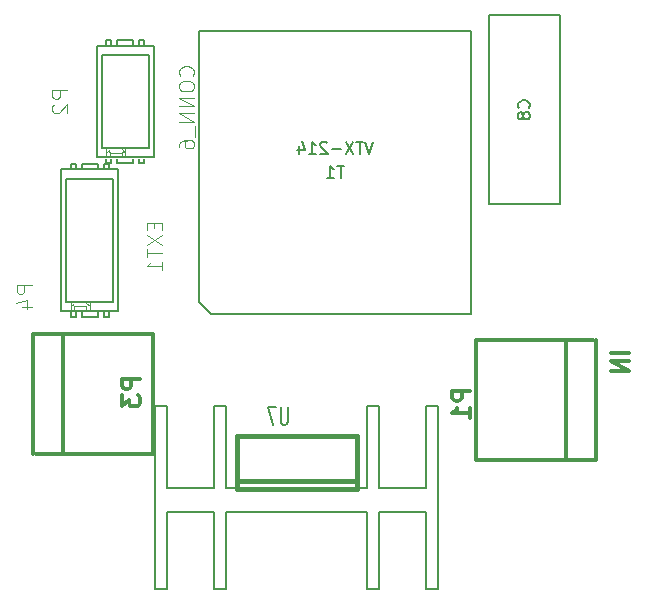
<source format=gbr>
G04 #@! TF.FileFunction,Legend,Bot*
%FSLAX46Y46*%
G04 Gerber Fmt 4.6, Leading zero omitted, Abs format (unit mm)*
G04 Created by KiCad (PCBNEW 4.0.0~rc1a-stable) date sam. 21 nov. 2015 23:43:41 CET*
%MOMM*%
G01*
G04 APERTURE LIST*
%ADD10C,0.150000*%
%ADD11C,0.304800*%
%ADD12C,0.203200*%
%ADD13C,0.101600*%
%ADD14C,0.381000*%
%ADD15C,0.088900*%
G04 APERTURE END LIST*
D10*
D11*
X46424000Y-79330000D02*
X56330000Y-79330000D01*
X56330000Y-69170000D02*
X46170000Y-69170000D01*
X48710000Y-69170000D02*
X48710000Y-79330000D01*
X56330000Y-69170000D02*
X56330000Y-79330000D01*
X46170000Y-79330000D02*
X46170000Y-69170000D01*
D10*
X83250000Y-43500000D02*
X83250000Y-67500000D01*
X60250000Y-66500000D02*
X60250000Y-43500000D01*
X83250000Y-67500000D02*
X61250000Y-67500000D01*
X61250000Y-67500000D02*
X60250000Y-66500000D01*
X60250000Y-43500000D02*
X83250000Y-43500000D01*
D12*
X55998980Y-45570620D02*
X52001020Y-45570620D01*
X52001020Y-45570620D02*
X52001020Y-53429380D01*
X52001020Y-53429380D02*
X55998980Y-53429380D01*
X55998980Y-53429380D02*
X55998980Y-45570620D01*
X56397760Y-44770520D02*
X51602240Y-44770520D01*
X51602240Y-44770520D02*
X51602240Y-54229480D01*
X51602240Y-54229480D02*
X56397760Y-54229480D01*
X56397760Y-54229480D02*
X56397760Y-44770520D01*
X53301500Y-54328540D02*
X53301500Y-54729860D01*
X53301500Y-54729860D02*
X54698500Y-54729860D01*
X54698500Y-54729860D02*
X54698500Y-54328540D01*
X52801120Y-54328540D02*
X52801120Y-54729860D01*
X52801120Y-54729860D02*
X52402340Y-54729860D01*
X52402340Y-54729860D02*
X52402340Y-54328540D01*
X55198880Y-54328540D02*
X55198880Y-54729860D01*
X55198880Y-54729860D02*
X55597660Y-54729860D01*
X55597660Y-54729860D02*
X55597660Y-54328540D01*
X52801120Y-44671460D02*
X52801120Y-44270140D01*
X52801120Y-44270140D02*
X52402340Y-44270140D01*
X52402340Y-44270140D02*
X52402340Y-44671460D01*
X55198880Y-44671460D02*
X55198880Y-44270140D01*
X55198880Y-44270140D02*
X55597660Y-44270140D01*
X55597660Y-44270140D02*
X55597660Y-44671460D01*
X53301500Y-44671460D02*
X53301500Y-44270140D01*
X53301500Y-44270140D02*
X54698500Y-44270140D01*
X54698500Y-44270140D02*
X54698500Y-44671460D01*
D13*
X52402340Y-53528440D02*
X52402340Y-53828160D01*
X52402340Y-53828160D02*
X52402340Y-54127880D01*
X54000000Y-53528440D02*
X54000000Y-53828160D01*
X54000000Y-53828160D02*
X54000000Y-54127880D01*
X52702060Y-54127880D02*
X52702060Y-53828160D01*
X52702060Y-53828160D02*
X53700280Y-53828160D01*
X53700280Y-53828160D02*
X53700280Y-54127880D01*
X52702060Y-53528440D02*
X52402340Y-53828160D01*
X53700280Y-53528440D02*
X54000000Y-53828160D01*
X52600460Y-53729100D02*
X52702060Y-53828160D01*
X53801880Y-53729100D02*
X53700280Y-53828160D01*
D10*
X90800000Y-58200000D02*
X90800000Y-42200000D01*
X90800000Y-42200000D02*
X84800000Y-42200000D01*
X84800000Y-42200000D02*
X84800000Y-58200000D01*
X84800000Y-58200000D02*
X90800000Y-58200000D01*
D11*
X93576000Y-69670000D02*
X83670000Y-69670000D01*
X83670000Y-79830000D02*
X93830000Y-79830000D01*
X91290000Y-79830000D02*
X91290000Y-69670000D01*
X83670000Y-79830000D02*
X83670000Y-69670000D01*
X93830000Y-69670000D02*
X93830000Y-79830000D01*
D12*
X52998980Y-56050620D02*
X49001020Y-56050620D01*
X49001020Y-56050620D02*
X49001020Y-66449380D01*
X49001020Y-66449380D02*
X52998980Y-66449380D01*
X52998980Y-66449380D02*
X52998980Y-56050620D01*
X53397760Y-55250520D02*
X48602240Y-55250520D01*
X48602240Y-55250520D02*
X48602240Y-67249480D01*
X48602240Y-67249480D02*
X53397760Y-67249480D01*
X53397760Y-67249480D02*
X53397760Y-55250520D01*
X50301500Y-67348540D02*
X50301500Y-67749860D01*
X50301500Y-67749860D02*
X51698500Y-67749860D01*
X51698500Y-67749860D02*
X51698500Y-67348540D01*
X49801120Y-67348540D02*
X49801120Y-67749860D01*
X49801120Y-67749860D02*
X49402340Y-67749860D01*
X49402340Y-67749860D02*
X49402340Y-67348540D01*
X52198880Y-67348540D02*
X52198880Y-67749860D01*
X52198880Y-67749860D02*
X52597660Y-67749860D01*
X52597660Y-67749860D02*
X52597660Y-67348540D01*
X49801120Y-55151460D02*
X49801120Y-54750140D01*
X49801120Y-54750140D02*
X49402340Y-54750140D01*
X49402340Y-54750140D02*
X49402340Y-55151460D01*
X52198880Y-55151460D02*
X52198880Y-54750140D01*
X52198880Y-54750140D02*
X52597660Y-54750140D01*
X52597660Y-54750140D02*
X52597660Y-55151460D01*
X50301500Y-55151460D02*
X50301500Y-54750140D01*
X50301500Y-54750140D02*
X51698500Y-54750140D01*
X51698500Y-54750140D02*
X51698500Y-55151460D01*
D13*
X49402340Y-66548440D02*
X49402340Y-66848160D01*
X49402340Y-66848160D02*
X49402340Y-67147880D01*
X51000000Y-66548440D02*
X51000000Y-66848160D01*
X51000000Y-66848160D02*
X51000000Y-67147880D01*
X49702060Y-67147880D02*
X49702060Y-66848160D01*
X49702060Y-66848160D02*
X50700280Y-66848160D01*
X50700280Y-66848160D02*
X50700280Y-67147880D01*
X49702060Y-66548440D02*
X49402340Y-66848160D01*
X50700280Y-66548440D02*
X51000000Y-66848160D01*
X49600460Y-66749100D02*
X49702060Y-66848160D01*
X50801880Y-66749100D02*
X50700280Y-66848160D01*
D10*
X62500000Y-90750000D02*
X61500000Y-90750000D01*
X61500000Y-90750000D02*
X61500000Y-84250000D01*
X61500000Y-84250000D02*
X57500000Y-84250000D01*
X57500000Y-84250000D02*
X57500000Y-90750000D01*
X57500000Y-90750000D02*
X56500000Y-90750000D01*
X56500000Y-90750000D02*
X56500000Y-75250000D01*
X56500000Y-75250000D02*
X57500000Y-75250000D01*
X57500000Y-75250000D02*
X57500000Y-82250000D01*
X57500000Y-82250000D02*
X61500000Y-82250000D01*
X61500000Y-82250000D02*
X61500000Y-75250000D01*
X61500000Y-75250000D02*
X62500000Y-75250000D01*
X62500000Y-75250000D02*
X62500000Y-82250000D01*
X80500000Y-75250000D02*
X80500000Y-90750000D01*
X80500000Y-90750000D02*
X79500000Y-90750000D01*
X79500000Y-90750000D02*
X79500000Y-84250000D01*
X79500000Y-84250000D02*
X75500000Y-84250000D01*
X75500000Y-84250000D02*
X75500000Y-90750000D01*
X75500000Y-90750000D02*
X74500000Y-90750000D01*
X74500000Y-90750000D02*
X74500000Y-84250000D01*
X74500000Y-84250000D02*
X62500000Y-84250000D01*
X62500000Y-84250000D02*
X62500000Y-90750000D01*
X62500000Y-82250000D02*
X74500000Y-82250000D01*
X74500000Y-75250000D02*
X74500000Y-82250000D01*
X74500000Y-75250000D02*
X75500000Y-75250000D01*
X75500000Y-82250000D02*
X75500000Y-75250000D01*
X75500000Y-82250000D02*
X79500000Y-82250000D01*
X79500000Y-75250000D02*
X79500000Y-82250000D01*
X79500000Y-75250000D02*
X80500000Y-75250000D01*
D14*
X63420000Y-81655000D02*
X63420000Y-82290000D01*
X63420000Y-82290000D02*
X73580000Y-82290000D01*
X73580000Y-82290000D02*
X73580000Y-81655000D01*
X63420000Y-77845000D02*
X63420000Y-81655000D01*
X63420000Y-81655000D02*
X73580000Y-81655000D01*
X73580000Y-81655000D02*
X73580000Y-77845000D01*
X73580000Y-77845000D02*
X63420000Y-77845000D01*
D11*
X55241429Y-72998143D02*
X53717429Y-72998143D01*
X53717429Y-73578715D01*
X53790000Y-73723857D01*
X53862571Y-73796429D01*
X54007714Y-73869000D01*
X54225429Y-73869000D01*
X54370571Y-73796429D01*
X54443143Y-73723857D01*
X54515714Y-73578715D01*
X54515714Y-72998143D01*
X53717429Y-74377000D02*
X53717429Y-75320429D01*
X54298000Y-74812429D01*
X54298000Y-75030143D01*
X54370571Y-75175286D01*
X54443143Y-75247857D01*
X54588286Y-75320429D01*
X54951143Y-75320429D01*
X55096286Y-75247857D01*
X55168857Y-75175286D01*
X55241429Y-75030143D01*
X55241429Y-74594715D01*
X55168857Y-74449572D01*
X55096286Y-74377000D01*
D10*
X72511905Y-54952381D02*
X71940476Y-54952381D01*
X72226191Y-55952381D02*
X72226191Y-54952381D01*
X71083333Y-55952381D02*
X71654762Y-55952381D01*
X71369048Y-55952381D02*
X71369048Y-54952381D01*
X71464286Y-55095238D01*
X71559524Y-55190476D01*
X71654762Y-55238095D01*
X74988095Y-52920381D02*
X74654762Y-53920381D01*
X74321428Y-52920381D01*
X74130952Y-52920381D02*
X73559523Y-52920381D01*
X73845238Y-53920381D02*
X73845238Y-52920381D01*
X73321428Y-52920381D02*
X72654761Y-53920381D01*
X72654761Y-52920381D02*
X73321428Y-53920381D01*
X72273809Y-53539429D02*
X71511904Y-53539429D01*
X71083333Y-53015619D02*
X71035714Y-52968000D01*
X70940476Y-52920381D01*
X70702380Y-52920381D01*
X70607142Y-52968000D01*
X70559523Y-53015619D01*
X70511904Y-53110857D01*
X70511904Y-53206095D01*
X70559523Y-53348952D01*
X71130952Y-53920381D01*
X70511904Y-53920381D01*
X69559523Y-53920381D02*
X70130952Y-53920381D01*
X69845238Y-53920381D02*
X69845238Y-52920381D01*
X69940476Y-53063238D01*
X70035714Y-53158476D01*
X70130952Y-53206095D01*
X68702380Y-53253714D02*
X68702380Y-53920381D01*
X68940476Y-52872762D02*
X69178571Y-53587048D01*
X68559523Y-53587048D01*
D15*
X49074524Y-48562619D02*
X47804524Y-48562619D01*
X47804524Y-49046428D01*
X47865000Y-49167381D01*
X47925476Y-49227857D01*
X48046429Y-49288333D01*
X48227857Y-49288333D01*
X48348810Y-49227857D01*
X48409286Y-49167381D01*
X48469762Y-49046428D01*
X48469762Y-48562619D01*
X47925476Y-49772143D02*
X47865000Y-49832619D01*
X47804524Y-49953571D01*
X47804524Y-50255952D01*
X47865000Y-50376905D01*
X47925476Y-50437381D01*
X48046429Y-50497857D01*
X48167381Y-50497857D01*
X48348810Y-50437381D01*
X49074524Y-49711667D01*
X49074524Y-50497857D01*
X59703571Y-47308810D02*
X59764048Y-47248334D01*
X59824524Y-47066905D01*
X59824524Y-46945953D01*
X59764048Y-46764525D01*
X59643095Y-46643572D01*
X59522143Y-46583096D01*
X59280238Y-46522620D01*
X59098810Y-46522620D01*
X58856905Y-46583096D01*
X58735952Y-46643572D01*
X58615000Y-46764525D01*
X58554524Y-46945953D01*
X58554524Y-47066905D01*
X58615000Y-47248334D01*
X58675476Y-47308810D01*
X58554524Y-48095001D02*
X58554524Y-48336905D01*
X58615000Y-48457858D01*
X58735952Y-48578810D01*
X58977857Y-48639286D01*
X59401190Y-48639286D01*
X59643095Y-48578810D01*
X59764048Y-48457858D01*
X59824524Y-48336905D01*
X59824524Y-48095001D01*
X59764048Y-47974048D01*
X59643095Y-47853096D01*
X59401190Y-47792620D01*
X58977857Y-47792620D01*
X58735952Y-47853096D01*
X58615000Y-47974048D01*
X58554524Y-48095001D01*
X59824524Y-49183572D02*
X58554524Y-49183572D01*
X59824524Y-49909286D01*
X58554524Y-49909286D01*
X59824524Y-50514048D02*
X58554524Y-50514048D01*
X59824524Y-51239762D01*
X58554524Y-51239762D01*
X59945476Y-51542143D02*
X59945476Y-52509762D01*
X58554524Y-53356429D02*
X58554524Y-53114524D01*
X58615000Y-52993572D01*
X58675476Y-52933095D01*
X58856905Y-52812143D01*
X59098810Y-52751667D01*
X59582619Y-52751667D01*
X59703571Y-52812143D01*
X59764048Y-52872619D01*
X59824524Y-52993572D01*
X59824524Y-53235476D01*
X59764048Y-53356429D01*
X59703571Y-53416905D01*
X59582619Y-53477381D01*
X59280238Y-53477381D01*
X59159286Y-53416905D01*
X59098810Y-53356429D01*
X59038333Y-53235476D01*
X59038333Y-52993572D01*
X59098810Y-52872619D01*
X59159286Y-52812143D01*
X59280238Y-52751667D01*
D12*
X88162857Y-50030667D02*
X88211238Y-49982286D01*
X88259619Y-49837143D01*
X88259619Y-49740381D01*
X88211238Y-49595239D01*
X88114476Y-49498477D01*
X88017714Y-49450096D01*
X87824190Y-49401715D01*
X87679048Y-49401715D01*
X87485524Y-49450096D01*
X87388762Y-49498477D01*
X87292000Y-49595239D01*
X87243619Y-49740381D01*
X87243619Y-49837143D01*
X87292000Y-49982286D01*
X87340381Y-50030667D01*
X87679048Y-50611239D02*
X87630667Y-50514477D01*
X87582286Y-50466096D01*
X87485524Y-50417715D01*
X87437143Y-50417715D01*
X87340381Y-50466096D01*
X87292000Y-50514477D01*
X87243619Y-50611239D01*
X87243619Y-50804762D01*
X87292000Y-50901524D01*
X87340381Y-50949905D01*
X87437143Y-50998286D01*
X87485524Y-50998286D01*
X87582286Y-50949905D01*
X87630667Y-50901524D01*
X87679048Y-50804762D01*
X87679048Y-50611239D01*
X87727429Y-50514477D01*
X87775810Y-50466096D01*
X87872571Y-50417715D01*
X88066095Y-50417715D01*
X88162857Y-50466096D01*
X88211238Y-50514477D01*
X88259619Y-50611239D01*
X88259619Y-50804762D01*
X88211238Y-50901524D01*
X88162857Y-50949905D01*
X88066095Y-50998286D01*
X87872571Y-50998286D01*
X87775810Y-50949905D01*
X87727429Y-50901524D01*
X87679048Y-50804762D01*
D11*
X83217429Y-73987143D02*
X81693429Y-73987143D01*
X81693429Y-74567715D01*
X81766000Y-74712857D01*
X81838571Y-74785429D01*
X81983714Y-74858000D01*
X82201429Y-74858000D01*
X82346571Y-74785429D01*
X82419143Y-74712857D01*
X82491714Y-74567715D01*
X82491714Y-73987143D01*
X83217429Y-76309429D02*
X83217429Y-75438572D01*
X83217429Y-75874000D02*
X81693429Y-75874000D01*
X81911143Y-75728857D01*
X82056286Y-75583715D01*
X82128857Y-75438572D01*
X96679429Y-70757715D02*
X95155429Y-70757715D01*
X96679429Y-71483429D02*
X95155429Y-71483429D01*
X96679429Y-72354286D01*
X95155429Y-72354286D01*
D15*
X46074524Y-65062619D02*
X44804524Y-65062619D01*
X44804524Y-65546428D01*
X44865000Y-65667381D01*
X44925476Y-65727857D01*
X45046429Y-65788333D01*
X45227857Y-65788333D01*
X45348810Y-65727857D01*
X45409286Y-65667381D01*
X45469762Y-65546428D01*
X45469762Y-65062619D01*
X45227857Y-66876905D02*
X46074524Y-66876905D01*
X44744048Y-66574524D02*
X45651190Y-66272143D01*
X45651190Y-67058333D01*
X56409286Y-59784524D02*
X56409286Y-60207857D01*
X57074524Y-60389286D02*
X57074524Y-59784524D01*
X55804524Y-59784524D01*
X55804524Y-60389286D01*
X55804524Y-60812620D02*
X57074524Y-61659286D01*
X55804524Y-61659286D02*
X57074524Y-60812620D01*
X55804524Y-61961667D02*
X55804524Y-62687382D01*
X57074524Y-62324525D02*
X55804524Y-62324525D01*
X57074524Y-63775953D02*
X57074524Y-63050239D01*
X57074524Y-63413096D02*
X55804524Y-63413096D01*
X55985952Y-63292144D01*
X56106905Y-63171191D01*
X56167381Y-63050239D01*
D12*
X67750095Y-75359429D02*
X67750095Y-76593143D01*
X67701714Y-76738286D01*
X67653333Y-76810857D01*
X67556571Y-76883429D01*
X67363048Y-76883429D01*
X67266286Y-76810857D01*
X67217905Y-76738286D01*
X67169524Y-76593143D01*
X67169524Y-75359429D01*
X66782476Y-75359429D02*
X66105143Y-75359429D01*
X66540571Y-76883429D01*
M02*

</source>
